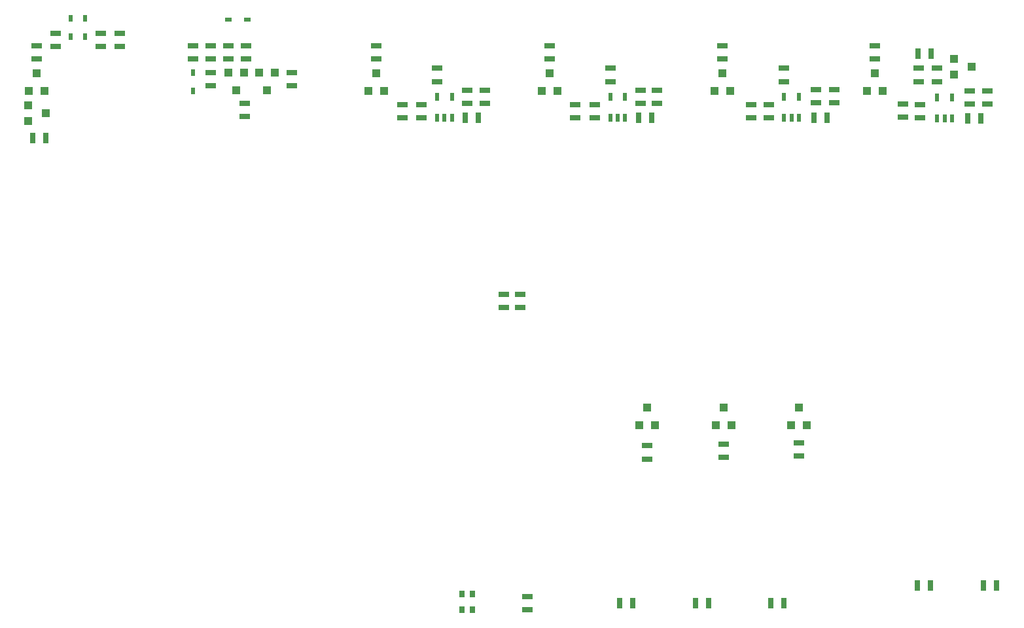
<source format=gbp>
G04 Layer_Color=128*
%FSLAX44Y44*%
%MOMM*%
G71*
G01*
G75*
%ADD12R,0.8000X1.3500*%
%ADD14R,1.3500X0.8000*%
%ADD15R,1.0160X1.0160*%
%ADD16R,0.8500X0.6000*%
%ADD17R,1.0160X1.0160*%
%ADD29R,0.6000X0.8500*%
%ADD59R,0.7500X0.9000*%
%ADD117R,0.5500X1.0000*%
D12*
X989000Y98000D02*
D03*
X1006000D02*
D03*
X891500D02*
D03*
X908500D02*
D03*
X793000D02*
D03*
X810000D02*
D03*
X1281000Y121000D02*
D03*
X1264000D02*
D03*
X1195000D02*
D03*
X1178000D02*
D03*
X1260250Y724968D02*
D03*
X1243250D02*
D03*
X1196500Y809000D02*
D03*
X1179500D02*
D03*
X1061500Y726000D02*
D03*
X1044500D02*
D03*
X834250Y726000D02*
D03*
X817250D02*
D03*
X610500Y726000D02*
D03*
X593500D02*
D03*
X50811Y700000D02*
D03*
X33811D02*
D03*
D14*
X308250Y744750D02*
D03*
Y727750D02*
D03*
X596250Y744500D02*
D03*
Y761500D02*
D03*
X557000Y773000D02*
D03*
Y790000D02*
D03*
X781000Y773000D02*
D03*
Y790000D02*
D03*
X619000Y761500D02*
D03*
Y744500D02*
D03*
X511730Y726000D02*
D03*
Y743000D02*
D03*
X478550Y802500D02*
D03*
Y819500D02*
D03*
X820000Y744500D02*
D03*
Y761500D02*
D03*
X760815Y726000D02*
D03*
Y743000D02*
D03*
X702550Y802500D02*
D03*
Y819500D02*
D03*
X536815Y726000D02*
D03*
Y743000D02*
D03*
X735730Y726000D02*
D03*
Y743000D02*
D03*
X287000Y819500D02*
D03*
Y802500D02*
D03*
X264000D02*
D03*
Y819500D02*
D03*
X369000Y767860D02*
D03*
Y784860D02*
D03*
X1123000Y802500D02*
D03*
Y819500D02*
D03*
X986000Y726000D02*
D03*
Y743000D02*
D03*
X1006000Y773000D02*
D03*
Y790000D02*
D03*
X926000Y802500D02*
D03*
Y819500D02*
D03*
X963000Y726000D02*
D03*
Y743000D02*
D03*
X673500Y89520D02*
D03*
Y106520D02*
D03*
X928000Y303500D02*
D03*
Y286500D02*
D03*
X1025000Y305500D02*
D03*
Y288500D02*
D03*
X829000Y301500D02*
D03*
Y284500D02*
D03*
X664000Y497500D02*
D03*
Y480500D02*
D03*
X643000D02*
D03*
Y497500D02*
D03*
X1182000Y726000D02*
D03*
Y743000D02*
D03*
X1160000Y726500D02*
D03*
Y743500D02*
D03*
X1180000Y790000D02*
D03*
Y773000D02*
D03*
X1204000D02*
D03*
Y790000D02*
D03*
X1246000Y744000D02*
D03*
Y761000D02*
D03*
X1269000D02*
D03*
Y744000D02*
D03*
X1071000Y762500D02*
D03*
Y745500D02*
D03*
X1047250D02*
D03*
Y762500D02*
D03*
X841000Y761500D02*
D03*
Y744500D02*
D03*
X310000Y819500D02*
D03*
Y802500D02*
D03*
X241000D02*
D03*
Y819500D02*
D03*
X264000Y784860D02*
D03*
Y767860D02*
D03*
X146000Y818000D02*
D03*
Y835000D02*
D03*
X122000D02*
D03*
Y818000D02*
D03*
X63000Y835000D02*
D03*
Y818000D02*
D03*
X39000Y802500D02*
D03*
Y819500D02*
D03*
D15*
X928000Y350860D02*
D03*
X917840Y328000D02*
D03*
X938160D02*
D03*
X829000Y350860D02*
D03*
X818840Y328000D02*
D03*
X839160D02*
D03*
X1025000Y350860D02*
D03*
X1014840Y328000D02*
D03*
X1035160D02*
D03*
X1123000Y784000D02*
D03*
X1112840Y761140D02*
D03*
X1133160D02*
D03*
X926000Y784000D02*
D03*
X915840Y761140D02*
D03*
X936160D02*
D03*
X702550Y784000D02*
D03*
X692390Y761140D02*
D03*
X712710D02*
D03*
X478550Y784000D02*
D03*
X468390Y761140D02*
D03*
X488710D02*
D03*
X297160Y762000D02*
D03*
X307320Y784860D02*
D03*
X287000D02*
D03*
X337000Y762000D02*
D03*
X347160Y784860D02*
D03*
X326840D02*
D03*
X39000Y784000D02*
D03*
X28840Y761140D02*
D03*
X49160D02*
D03*
D16*
X287000Y853000D02*
D03*
X311000D02*
D03*
D17*
X1248860Y792160D02*
D03*
X1226000Y802320D02*
D03*
Y782000D02*
D03*
X50811Y732160D02*
D03*
X27951Y742320D02*
D03*
Y722000D02*
D03*
D29*
X83000Y831000D02*
D03*
Y855000D02*
D03*
X241000Y760860D02*
D03*
Y784860D02*
D03*
X101000Y855000D02*
D03*
Y831000D02*
D03*
D59*
X603000Y89520D02*
D03*
X589000D02*
D03*
X603000Y109520D02*
D03*
X589000D02*
D03*
D117*
X1204000Y751968D02*
D03*
X1223000Y724968D02*
D03*
X1213500D02*
D03*
X1204000D02*
D03*
X1223000Y751968D02*
D03*
X1006000Y753000D02*
D03*
X1025000Y726000D02*
D03*
X1015500D02*
D03*
X1006000D02*
D03*
X1025000Y753000D02*
D03*
X781000D02*
D03*
X800000Y726000D02*
D03*
X790500D02*
D03*
X781000D02*
D03*
X800000Y753000D02*
D03*
X557000Y753000D02*
D03*
X576000Y726000D02*
D03*
X566500D02*
D03*
X557000D02*
D03*
X576000Y753000D02*
D03*
M02*

</source>
